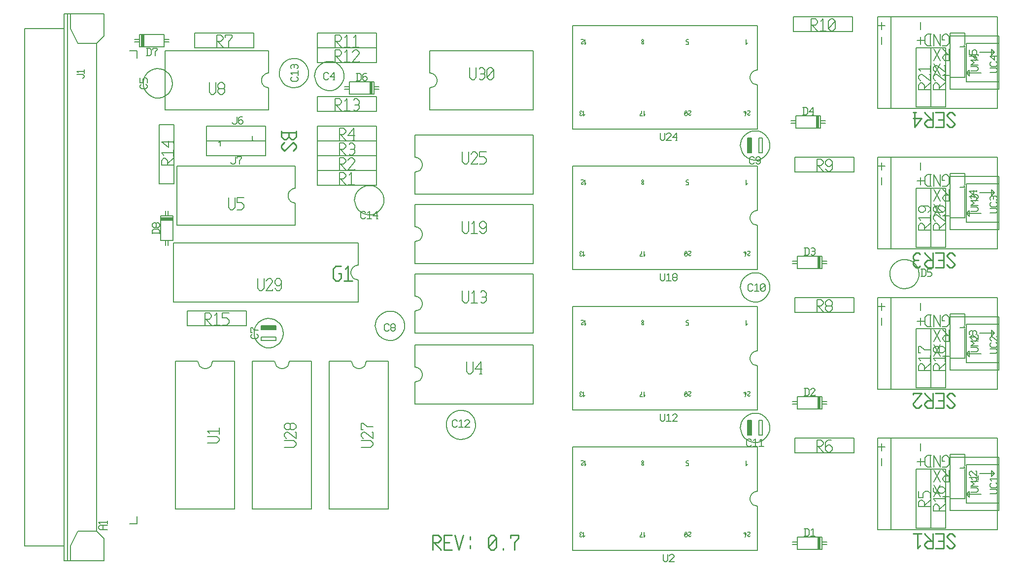
<source format=gbr>
G4 d274tox274  Date: 2022-08-17 13:23:01 *
G4 Design File: CPU09US4 *
G4 Layer name: topsilk *
G4 Scale: 100 percent, Rotated: No, Reflected: No *
%FSLAX23Y23*%
%MOIN*%
%LN*%
%ADD10C,0.005*%
%ADD11C,0.006*%
%ADD12C,0.007*%
%ADD13C,0.008*%
%ADD14C,0.009*%
%ADD15C,0.010*%
%ADD16C,0.011*%
%ADD17C,0.012*%
%ADD18C,0.013*%
%ADD19C,0.014*%
%ADD20C,0.015*%
%ADD21C,0.016*%
%ADD22C,0.017*%
%ADD23C,0.018*%
%ADD24C,0.019*%
%ADD25C,0.020*%
%ADD26C,0.021*%
%ADD27C,0.022*%
%ADD28C,0.023*%
%ADD29C,0.024*%
%ADD30C,0.025*%
%ADD31C,0.026*%
%ADD32C,0.027*%
%ADD33C,0.028*%
%ADD34C,0.029*%
%ADD35C,0.030*%
%ADD36C,0.031*%
%ADD37C,0.032*%
%ADD38C,0.033*%
%ADD39C,0.034*%
%ADD40C,0.035*%
%ADD41C,0.036*%
%ADD42C,0.037*%
%ADD43C,0.038*%
%ADD44C,0.039*%
%ADD45C,0.040*%
%ADD46C,0.041*%
%ADD47C,0.042*%
%ADD48C,0.043*%
%ADD49C,0.044*%
%ADD50C,0.045*%
%ADD51C,0.046*%
%ADD52C,0.048*%
%ADD53C,0.049*%
%ADD54C,0.050*%
%ADD55C,0.051*%
%ADD56C,0.052*%
%ADD57C,0.053*%
%ADD58C,0.054*%
%ADD59C,0.055*%
%ADD60C,0.056*%
%ADD61C,0.057*%
%ADD62C,0.058*%
%ADD63C,0.059*%
%ADD64C,0.060*%
%ADD65C,0.061*%
%ADD66C,0.062*%
%ADD67C,0.063*%
%ADD68C,0.064*%
%ADD69C,0.065*%
%ADD70C,0.066*%
%ADD71C,0.067*%
%ADD72C,0.068*%
%ADD73C,0.069*%
%ADD74C,0.070*%
%ADD75C,0.071*%
%ADD76C,0.072*%
%ADD77C,0.073*%
%ADD78C,0.074*%
%ADD79C,0.075*%
%ADD80C,0.076*%
%ADD81C,0.077*%
%ADD82C,0.078*%
%ADD83C,0.079*%
%ADD84C,0.080*%
%ADD85C,0.081*%
%ADD86C,0.082*%
%ADD87C,0.083*%
%ADD88C,0.084*%
%ADD89C,0.085*%
%ADD90C,0.086*%
%ADD91C,0.087*%
%ADD92C,0.088*%
%ADD93C,0.089*%
%ADD94C,0.090*%
%ADD95C,0.091*%
%ADD96C,0.092*%
%ADD97C,0.093*%
%ADD98C,0.094*%
%ADD99C,0.095*%
%ADD100C,0.096*%
%ADD101C,0.097*%
%ADD102C,0.098*%
%ADD103C,0.099*%
%ADD104C,0.100*%
%ADD105C,0.101*%
%ADD106C,0.102*%
%ADD107C,0.103*%
%ADD108C,0.104*%
%ADD109C,0.105*%
%ADD110C,0.106*%
%ADD111C,0.107*%
%ADD112C,0.108*%
%ADD113C,0.109*%
%ADD114C,0.110*%
%ADD115C,0.111*%
%ADD116C,0.112*%
%ADD117C,0.113*%
%ADD118C,0.114*%
%ADD119C,0.115*%
%ADD120C,0.116*%
%ADD121C,0.117*%
%ADD122C,0.118*%
%ADD123C,0.119*%
%ADD124C,0.120*%
%ADD125C,0.121*%
%ADD126C,0.122*%
%ADD127C,0.123*%
%ADD128C,0.124*%
%ADD129C,0.125*%
%ADD130C,0.126*%
%ADD131C,0.127*%
%ADD132C,0.128*%
%ADD133C,0.129*%
%ADD134C,0.130*%
%ADD135C,0.131*%
%ADD136C,0.132*%
%ADD137C,0.133*%
%ADD138C,0.134*%
%ADD139C,0.135*%
%ADD140C,0.136*%
%ADD141C,0.137*%
%ADD142C,0.138*%
%ADD143C,0.139*%
%ADD144C,0.140*%
%ADD145C,0.141*%
%ADD146C,0.142*%
%ADD147C,0.143*%
%ADD148C,0.144*%
%ADD149C,0.145*%
%ADD150C,0.146*%
%ADD151C,0.148*%
%ADD152C,0.149*%
%ADD153C,0.150*%
%ADD154C,0.151*%
%ADD155C,0.152*%
%ADD156C,0.153*%
%ADD157C,0.154*%
%ADD158C,0.155*%
%ADD159C,0.156*%
%ADD160C,0.157*%
%ADD161C,0.158*%
%ADD162C,0.159*%
%ADD163C,0.160*%
%ADD164C,0.161*%
%ADD165C,0.162*%
%ADD166C,0.163*%
%ADD167C,0.164*%
%ADD168C,0.165*%
%ADD169C,0.166*%
%ADD170C,0.167*%
%ADD171C,0.168*%
%ADD172C,0.169*%
%ADD173C,0.170*%
%ADD174C,0.171*%
%ADD175C,0.172*%
%ADD176C,0.173*%
%ADD177C,0.174*%
%ADD178C,0.175*%
%ADD179C,0.176*%
%ADD180C,0.177*%
%ADD181C,0.178*%
%ADD182C,0.179*%
%ADD183C,0.180*%
%ADD184C,0.181*%
%ADD185C,0.182*%
%ADD186C,0.183*%
%ADD187C,0.184*%
%ADD188C,0.185*%
%ADD189C,0.186*%
%ADD190C,0.187*%
%ADD191C,0.188*%
%ADD192C,0.189*%
%ADD193C,0.190*%
%ADD194C,0.191*%
%ADD195C,0.192*%
%ADD196C,0.193*%
%ADD197C,0.194*%
%ADD198C,0.195*%
%ADD199C,0.196*%
%ADD200C,0.197*%
%ADD201C,0.198*%
%ADD202C,0.199*%
%ADD203C,0.200*%
%ADD204C,0.205*%
%ADD205C,0.210*%
%ADD206C,0.215*%
%ADD207C,0.220*%
%ADD208C,0.225*%
%ADD209C,0.230*%
%ADD210C,0.235*%
%ADD211C,0.240*%
%ADD212C,0.245*%
%ADD213C,0.250*%
%ADD214C,0.255*%
%ADD215C,0.260*%
%ADD216C,0.265*%
%ADD217C,0.270*%
%ADD218C,0.275*%
%ADD219C,0.280*%
%ADD220C,0.285*%
%ADD221C,0.290*%
%ADD222C,0.300*%
%ADD223C,0.305*%
%ADD224C,0.310*%
%ADD225C,0.315*%
%ADD226C,0.320*%
%ADD227C,0.325*%
G90*
G70D02*
G54D11*
G01X01670Y03400*
D01*
X01674Y03376*
X01682Y03353*
X01697Y03333*
X01715Y03317*
X01737Y03306*
X01761Y03301*
X01785Y03302*
X01809Y03308*
X01830Y03321*
X01847Y03338*
X01860Y03359*
X01868Y03382*
X01869Y03406*
X01865Y03430*
X01854Y03452*
X01839Y03471*
X01819Y03486*
X01797Y03496*
X01772Y03499*
X01749Y03497*
X01726Y03489*
X01705Y03475*
X01689Y03457*
X01677Y03435*
X01671Y03411*
X01670Y03400*
D02*
X00610Y03450*
D01*
X00586Y03446*
X00563Y03438*
X00543Y03423*
X00527Y03405*
X00516Y03383*
X00511Y03359*
X00512Y03335*
X00518Y03311*
X00531Y03290*
X00548Y03273*
X00569Y03260*
X00592Y03252*
X00616Y03251*
X00640Y03255*
X00662Y03266*
X00681Y03281*
X00696Y03301*
X00706Y03323*
X00709Y03348*
X00707Y03371*
X00699Y03394*
X00685Y03415*
X00667Y03431*
X00645Y03443*
X00621Y03449*
X00610Y03450*
D02*
X01360Y01760*
D01*
X01336Y01756*
X01313Y01748*
X01293Y01733*
X01277Y01715*
X01266Y01693*
X01261Y01669*
X01262Y01645*
X01268Y01621*
X01281Y01600*
X01298Y01583*
X01319Y01570*
X01342Y01562*
X01366Y01561*
X01390Y01565*
X01412Y01576*
X01431Y01591*
X01446Y01611*
X01456Y01633*
X01459Y01658*
X01457Y01681*
X01449Y01704*
X01435Y01725*
X01417Y01741*
X01395Y01753*
X01371Y01759*
X01360Y01760*
D02*
X01405Y01710*
D01*
X01405Y01685*
D02*
X01400Y01710*
D01*
X01400Y01685*
D02*
X01395Y01710*
D01*
X01395Y01685*
D02*
X01390Y01710*
D01*
X01390Y01685*
D02*
X01385Y01710*
D01*
X01385Y01685*
D02*
X01380Y01710*
D01*
X01380Y01685*
D02*
X01375Y01710*
D01*
X01375Y01685*
D02*
X01370Y01710*
D01*
X01370Y01685*
D02*
X01365Y01710*
D01*
X01365Y01685*
D02*
X01360Y01710*
D01*
X01360Y01685*
D02*
X01355Y01710*
D01*
X01355Y01685*
D02*
X01350Y01710*
D01*
X01350Y01685*
D02*
X01345Y01710*
D01*
X01345Y01685*
D02*
X01340Y01710*
D01*
X01340Y01685*
D02*
X01335Y01710*
D01*
X01335Y01685*
D02*
X01330Y01710*
D01*
X01330Y01685*
D02*
X01325Y01710*
D01*
X01325Y01685*
D02*
X01320Y01710*
D01*
X01320Y01685*
D02*
X01315Y01710*
D01*
X01315Y01685*
D02*
X01410Y01705*
D01*
X01310Y01705*
D02*
X01410Y01700*
D01*
X01310Y01700*
D02*
X01410Y01695*
D01*
X01310Y01695*
D02*
X01410Y01690*
D01*
X01310Y01690*
D02*
X01310Y01710*
D01*
X01310Y01685*
X01410Y01685*
X01410Y01710*
X01310Y01710*
D02*
X01310Y01635*
D01*
X01310Y01610*
X01410Y01610*
X01410Y01635*
X01310Y01635*
D02*
X02080Y01710*
D01*
X02084Y01686*
X02092Y01663*
X02107Y01643*
X02125Y01627*
X02147Y01616*
X02171Y01611*
X02195Y01612*
X02219Y01618*
X02240Y01631*
X02257Y01648*
X02270Y01669*
X02278Y01692*
X02279Y01716*
X02275Y01740*
X02264Y01762*
X02249Y01781*
X02229Y01796*
X02207Y01806*
X02182Y01809*
X02159Y01807*
X02136Y01799*
X02115Y01785*
X02099Y01767*
X02087Y01745*
X02081Y01721*
X02080Y01710*
D02*
X04550Y02930*
D01*
X04554Y02906*
X04562Y02883*
X04577Y02863*
X04595Y02847*
X04617Y02836*
X04641Y02831*
X04665Y02832*
X04689Y02838*
X04710Y02851*
X04727Y02868*
X04740Y02889*
X04748Y02912*
X04749Y02936*
X04745Y02960*
X04734Y02982*
X04719Y03001*
X04699Y03016*
X04677Y03026*
X04652Y03029*
X04629Y03027*
X04606Y03019*
X04585Y03005*
X04569Y02987*
X04557Y02965*
X04551Y02941*
X04550Y02930*
D02*
X04600Y02975*
D01*
X04625Y02975*
D02*
X04600Y02970*
D01*
X04625Y02970*
D02*
X04600Y02965*
D01*
X04625Y02965*
D02*
X04600Y02960*
D01*
X04625Y02960*
D02*
X04600Y02955*
D01*
X04625Y02955*
D02*
X04600Y02950*
D01*
X04625Y02950*
D02*
X04600Y02945*
D01*
X04625Y02945*
D02*
X04600Y02940*
D01*
X04625Y02940*
D02*
X04600Y02935*
D01*
X04625Y02935*
D02*
X04600Y02930*
D01*
X04625Y02930*
D02*
X04600Y02925*
D01*
X04625Y02925*
D02*
X04600Y02920*
D01*
X04625Y02920*
D02*
X04600Y02915*
D01*
X04625Y02915*
D02*
X04600Y02910*
D01*
X04625Y02910*
D02*
X04600Y02905*
D01*
X04625Y02905*
D02*
X04600Y02900*
D01*
X04625Y02900*
D02*
X04600Y02895*
D01*
X04625Y02895*
D02*
X04600Y02890*
D01*
X04625Y02890*
D02*
X04600Y02885*
D01*
X04625Y02885*
D02*
X04605Y02980*
D01*
X04605Y02880*
D02*
X04610Y02980*
D01*
X04610Y02880*
D02*
X04615Y02980*
D01*
X04615Y02880*
D02*
X04620Y02980*
D01*
X04620Y02880*
D02*
X04600Y02880*
D01*
X04625Y02880*
X04625Y02980*
X04600Y02980*
X04600Y02880*
D02*
X04675Y02880*
D01*
X04700Y02880*
X04700Y02980*
X04675Y02980*
X04675Y02880*
D02*
X04550Y01970*
D01*
X04554Y01946*
X04562Y01923*
X04577Y01903*
X04595Y01887*
X04617Y01876*
X04641Y01871*
X04665Y01872*
X04689Y01878*
X04710Y01891*
X04727Y01908*
X04740Y01929*
X04748Y01952*
X04749Y01976*
X04745Y02000*
X04734Y02022*
X04719Y02041*
X04699Y02056*
X04677Y02066*
X04652Y02069*
X04629Y02067*
X04606Y02059*
X04585Y02045*
X04569Y02027*
X04557Y02005*
X04551Y01981*
X04550Y01970*
D02*
X04550Y01020*
D01*
X04554Y00996*
X04562Y00973*
X04577Y00953*
X04595Y00937*
X04617Y00926*
X04641Y00921*
X04665Y00922*
X04689Y00928*
X04710Y00941*
X04727Y00958*
X04740Y00979*
X04748Y01002*
X04749Y01026*
X04745Y01050*
X04734Y01072*
X04719Y01091*
X04699Y01106*
X04677Y01116*
X04652Y01119*
X04629Y01117*
X04606Y01109*
X04585Y01095*
X04569Y01077*
X04557Y01055*
X04551Y01031*
X04550Y01020*
D02*
X04600Y01065*
D01*
X04625Y01065*
D02*
X04600Y01060*
D01*
X04625Y01060*
D02*
X04600Y01055*
D01*
X04625Y01055*
D02*
X04600Y01050*
D01*
X04625Y01050*
D02*
X04600Y01045*
D01*
X04625Y01045*
D02*
X04600Y01040*
D01*
X04625Y01040*
D02*
X04600Y01035*
D01*
X04625Y01035*
D02*
X04600Y01030*
D01*
X04625Y01030*
D02*
X04600Y01025*
D01*
X04625Y01025*
D02*
X04600Y01020*
D01*
X04625Y01020*
D02*
X04600Y01015*
D01*
X04625Y01015*
D02*
X04600Y01010*
D01*
X04625Y01010*
D02*
X04600Y01005*
D01*
X04625Y01005*
D02*
X04600Y01000*
D01*
X04625Y01000*
D02*
X04600Y00995*
D01*
X04625Y00995*
D02*
X04600Y00990*
D01*
X04625Y00990*
D02*
X04600Y00985*
D01*
X04625Y00985*
D02*
X04600Y00980*
D01*
X04625Y00980*
D02*
X04600Y00975*
D01*
X04625Y00975*
D02*
X04605Y01070*
D01*
X04605Y00970*
D02*
X04610Y01070*
D01*
X04610Y00970*
D02*
X04615Y01070*
D01*
X04615Y00970*
D02*
X04620Y01070*
D01*
X04620Y00970*
D02*
X04600Y00970*
D01*
X04625Y00970*
X04625Y01070*
X04600Y01070*
X04600Y00970*
D02*
X04675Y00970*
D01*
X04700Y00970*
X04700Y01070*
X04675Y01070*
X04675Y00970*
D02*
X02760Y01040*
D01*
X02756Y01064*
X02748Y01087*
X02733Y01107*
X02715Y01123*
X02693Y01134*
X02669Y01139*
X02645Y01138*
X02621Y01132*
X02600Y01119*
X02583Y01102*
X02570Y01081*
X02562Y01058*
X02561Y01034*
X02565Y01010*
X02576Y00988*
X02591Y00969*
X02611Y00954*
X02633Y00944*
X02658Y00941*
X02681Y00943*
X02704Y00951*
X02725Y00965*
X02741Y00983*
X02753Y01005*
X02759Y01029*
X02760Y01040*
D02*
X01530Y03320*
D01*
X01554Y03324*
X01577Y03332*
X01597Y03347*
X01613Y03365*
X01624Y03387*
X01629Y03411*
X01628Y03435*
X01622Y03459*
X01609Y03480*
X01592Y03497*
X01571Y03510*
X01548Y03518*
X01524Y03519*
X01500Y03515*
X01478Y03504*
X01459Y03489*
X01444Y03469*
X01434Y03447*
X01431Y03422*
X01433Y03399*
X01441Y03376*
X01455Y03355*
X01473Y03339*
X01495Y03327*
X01519Y03321*
X01530Y03320*
D02*
X01940Y02560*
D01*
X01944Y02536*
X01952Y02513*
X01967Y02493*
X01985Y02477*
X02007Y02466*
X02031Y02461*
X02055Y02462*
X02079Y02468*
X02100Y02481*
X02117Y02498*
X02130Y02519*
X02138Y02542*
X02139Y02566*
X02135Y02590*
X02124Y02612*
X02109Y02631*
X02089Y02646*
X02067Y02656*
X02042Y02659*
X02019Y02657*
X01996Y02649*
X01975Y02635*
X01959Y02617*
X01947Y02595*
X01941Y02571*
X01940Y02560*
D02*
X05075Y00280*
D01*
X05075Y00200*
D02*
X05080Y00200*
D01*
X05080Y00280*
D02*
X05085Y00280*
D01*
X05085Y00200*
D02*
X05090Y00200*
D01*
X05090Y00280*
D02*
X04903Y00232*
D01*
X04937Y00232*
D02*
X04903Y00248*
D01*
X04937Y00248*
D02*
X05137Y00232*
D01*
X05103Y00232*
D02*
X05137Y00248*
D01*
X05103Y00248*
D02*
X05103Y00282*
D01*
X04937Y00282*
X04937Y00198*
X05103Y00198*
X05103Y00282*
D02*
X05075Y01230*
D01*
X05075Y01150*
D02*
X05080Y01150*
D01*
X05080Y01230*
D02*
X05085Y01230*
D01*
X05085Y01150*
D02*
X05090Y01150*
D01*
X05090Y01230*
D02*
X04903Y01182*
D01*
X04937Y01182*
D02*
X04903Y01198*
D01*
X04937Y01198*
D02*
X05137Y01182*
D01*
X05103Y01182*
D02*
X05137Y01198*
D01*
X05103Y01198*
D02*
X05103Y01232*
D01*
X04937Y01232*
X04937Y01148*
X05103Y01148*
X05103Y01232*
D02*
X05075Y02180*
D01*
X05075Y02100*
D02*
X05080Y02100*
D01*
X05080Y02180*
D02*
X05085Y02180*
D01*
X05085Y02100*
D02*
X05090Y02100*
D01*
X05090Y02180*
D02*
X04903Y02132*
D01*
X04937Y02132*
D02*
X04903Y02148*
D01*
X04937Y02148*
D02*
X05137Y02132*
D01*
X05103Y02132*
D02*
X05137Y02148*
D01*
X05103Y02148*
D02*
X05103Y02182*
D01*
X04937Y02182*
X04937Y02098*
X05103Y02098*
X05103Y02182*
D02*
X05065Y03130*
D01*
X05065Y03050*
D02*
X05070Y03050*
D01*
X05070Y03130*
D02*
X05075Y03130*
D01*
X05075Y03050*
D02*
X05080Y03050*
D01*
X05080Y03130*
D02*
X04893Y03082*
D01*
X04927Y03082*
D02*
X04893Y03098*
D01*
X04927Y03098*
D02*
X05127Y03082*
D01*
X05093Y03082*
D02*
X05127Y03098*
D01*
X05093Y03098*
D02*
X05093Y03132*
D01*
X04927Y03132*
X04927Y03048*
X05093Y03048*
X05093Y03132*
D02*
X05760Y02060*
D01*
X05756Y02084*
X05748Y02107*
X05733Y02127*
X05715Y02143*
X05693Y02154*
X05669Y02159*
X05645Y02158*
X05621Y02152*
X05600Y02139*
X05583Y02122*
X05570Y02101*
X05562Y02078*
X05561Y02054*
X05565Y02030*
X05576Y02008*
X05591Y01989*
X05611Y01974*
X05633Y01964*
X05658Y01961*
X05681Y01963*
X05704Y01971*
X05725Y01985*
X05741Y02003*
X05753Y02025*
X05759Y02049*
X05760Y02060*
D02*
X02045Y03360*
D01*
X02045Y03280*
D02*
X02050Y03280*
D01*
X02050Y03360*
D02*
X02055Y03360*
D01*
X02055Y03280*
D02*
X02060Y03280*
D01*
X02060Y03360*
D02*
X01873Y03312*
D01*
X01907Y03312*
D02*
X01873Y03328*
D01*
X01907Y03328*
D02*
X02107Y03312*
D01*
X02073Y03312*
D02*
X02107Y03328*
D01*
X02073Y03328*
D02*
X02073Y03362*
D01*
X01907Y03362*
X01907Y03278*
X02073Y03278*
X02073Y03362*
D02*
X00515Y03600*
D01*
X00515Y03680*
D02*
X00510Y03680*
D01*
X00510Y03600*
D02*
X00505Y03600*
D01*
X00505Y03680*
D02*
X00500Y03680*
D01*
X00500Y03600*
D02*
X00687Y03648*
D01*
X00653Y03648*
D02*
X00687Y03632*
D01*
X00653Y03632*
D02*
X00453Y03648*
D01*
X00487Y03648*
D02*
X00453Y03632*
D01*
X00487Y03632*
D02*
X00487Y03598*
D01*
X00653Y03598*
X00653Y03682*
X00487Y03682*
X00487Y03598*
D02*
X00630Y02425*
D01*
X00710Y02425*
D02*
X00710Y02430*
D01*
X00630Y02430*
D02*
X00630Y02435*
D01*
X00710Y02435*
D02*
X00710Y02440*
D01*
X00630Y02440*
D02*
X00678Y02253*
D01*
X00678Y02287*
D02*
X00662Y02253*
D01*
X00662Y02287*
D02*
X00678Y02487*
D01*
X00678Y02453*
D02*
X00662Y02487*
D01*
X00662Y02453*
D02*
X00628Y02453*
D01*
X00628Y02287*
X00712Y02287*
X00712Y02453*
X00628Y02453*
D02*
X00240Y00330*
D01*
X00240Y00360*
D02*
X00270Y00330*
D01*
X00220Y00330*
X00210Y00340*
X00210Y00350*
X00220Y00360*
X00270Y00360*
D02*
X00220Y00370*
D01*
X00210Y00380*
X00270Y00380*
D02*
X00270Y00370*
D01*
X00270Y00390*
D02*
X00420Y03570*
D01*
X00470Y03570*
X00470Y03520*
D02*
X00470Y00420*
D01*
X00470Y00370*
X00420Y00370*
D02*
X00020Y03820*
D01*
X00020Y03720*
X00070Y03620*
X00195Y03620*
X00245Y03670*
X00245Y03820*
X-0025Y03820*
X-0025Y00120*
X00245Y00120*
X00245Y00270*
X00195Y00320*
X00070Y00320*
X00020Y00220*
X00020Y00120*
D02*
X00195Y03620*
D01*
X00195Y00320*
D02*
X-0025Y03720*
D01*
X-0290Y03720*
X-0290Y00220*
X-0025Y00220*
D02*
X00000Y03820*
D01*
X00000Y00120*
D02*
X06070Y00840*
D01*
X05970Y00840*
X05970Y00540*
X06070Y00540*
X06070Y00740*
D02*
X06070Y00840*
D01*
X06070Y00765*
D02*
X06037Y00748*
D01*
X06070Y00748*
X06062Y00757*
D02*
X06070Y01790*
D01*
X05970Y01790*
X05970Y01490*
X06070Y01490*
X06070Y01690*
D02*
X06070Y01790*
D01*
X06070Y01715*
D02*
X06037Y01698*
D01*
X06070Y01698*
X06062Y01707*
D02*
X06070Y02740*
D01*
X05970Y02740*
X05970Y02440*
X06070Y02440*
X06070Y02640*
D02*
X06070Y02740*
D01*
X06070Y02665*
D02*
X06037Y02648*
D01*
X06070Y02648*
X06062Y02657*
D02*
X06070Y03690*
D01*
X05970Y03690*
X05970Y03390*
X06070Y03390*
X06070Y03590*
D02*
X06070Y03690*
D01*
X06070Y03615*
D02*
X06037Y03598*
D01*
X06070Y03598*
X06062Y03607*
D02*
X01340Y02960*
D01*
X01340Y03060*
X00940Y03060*
X00940Y02960*
X01240Y02960*
D02*
X01340Y02960*
D01*
X01265Y02960*
D02*
X01248Y02993*
D01*
X01248Y02960*
X01257Y02968*
D02*
X00940Y02960*
D01*
X00940Y02860*
X01340Y02860*
X01340Y02960*
X01040Y02960*
D02*
X00940Y02960*
D01*
X01015Y02960*
D02*
X01032Y02927*
D01*
X01032Y02960*
X01023Y02952*
D02*
X02090Y02660*
D01*
X02090Y02760*
X01690Y02760*
X01690Y02660*
X02090Y02660*
D02*
X02090Y02760*
D01*
X02090Y02860*
X01690Y02860*
X01690Y02760*
X02090Y02760*
D02*
X02090Y02860*
D01*
X02090Y02960*
X01690Y02960*
X01690Y02860*
X02090Y02860*
D02*
X02090Y02960*
D01*
X02090Y03060*
X01690Y03060*
X01690Y02960*
X02090Y02960*
D02*
X05740Y00340*
D01*
X05840Y00340*
X05840Y00740*
X05740Y00740*
X05740Y00340*
D02*
X04920Y00950*
D01*
X04920Y00850*
X05320Y00850*
X05320Y00950*
X04920Y00950*
D02*
X00860Y03690*
D01*
X00860Y03590*
X01260Y03590*
X01260Y03690*
X00860Y03690*
D02*
X04920Y01900*
D01*
X04920Y01800*
X05320Y01800*
X05320Y01900*
X04920Y01900*
D02*
X04920Y02850*
D01*
X04920Y02750*
X05320Y02750*
X05320Y02850*
X04920Y02850*
D02*
X04910Y03800*
D01*
X04910Y03700*
X05310Y03700*
X05310Y03800*
X04910Y03800*
D02*
X01690Y03690*
D01*
X01690Y03590*
X02090Y03590*
X02090Y03690*
X01690Y03690*
D02*
X02090Y03490*
D01*
X02090Y03590*
X01690Y03590*
X01690Y03490*
X02090Y03490*
D02*
X02090Y03160*
D01*
X02090Y03260*
X01690Y03260*
X01690Y03160*
X02090Y03160*
D02*
X00720Y03070*
D01*
X00620Y03070*
X00620Y02670*
X00720Y02670*
X00720Y03070*
D02*
X01210Y01710*
D01*
X01210Y01810*
X00810Y01810*
X00810Y01710*
X01210Y01710*
D02*
X05840Y00340*
D01*
X05940Y00340*
X05940Y00740*
X05840Y00740*
X05840Y00340*
D02*
X05740Y01290*
D01*
X05840Y01290*
X05840Y01690*
X05740Y01690*
X05740Y01290*
D02*
X05840Y01290*
D01*
X05940Y01290*
X05940Y01690*
X05840Y01690*
X05840Y01290*
D02*
X05740Y02240*
D01*
X05840Y02240*
X05840Y02640*
X05740Y02640*
X05740Y02240*
D02*
X05840Y02240*
D01*
X05940Y02240*
X05940Y02640*
X05840Y02640*
X05840Y02240*
D02*
X05740Y03190*
D01*
X05840Y03190*
X05840Y03590*
X05740Y03590*
X05740Y03190*
D02*
X05840Y03190*
D01*
X05940Y03190*
X05940Y03590*
X05840Y03590*
X05840Y03190*
D02*
X00880Y01470*
D01*
X00884Y01453*
X00892Y01438*
X00905Y01427*
X00922Y01421*
X00938Y01421*
X00954Y01427*
X00968Y01438*
X00976Y01453*
X00980Y01470*
X01130Y01470*
X01130Y00470*
X00730Y00470*
X00730Y01470*
X00880Y01470*
D02*
X04615Y00290*
D01*
X04612Y00284*
X04606Y00283*
X04601Y00286*
X04600Y00292*
X04605Y00297*
X04607Y00298*
X04613Y00301*
X04616Y00307*
X04615Y00315*
X04598Y00315*
D02*
X04215Y00290*
D01*
X04212Y00284*
X04206Y00283*
X04201Y00286*
X04200Y00292*
X04205Y00297*
X04207Y00298*
X04213Y00301*
X04216Y00307*
X04215Y00315*
X04198Y00315*
D02*
X04190Y00307*
D01*
X04187Y00313*
X04181Y00314*
X04176Y00311*
X04174Y00307*
X04173Y00290*
X04176Y00284*
X04182Y00282*
X04189Y00285*
X04191Y00290*
X04190Y00307*
X04173Y00290*
D02*
X03482Y00290*
D01*
X03479Y00284*
X03473Y00282*
X03466Y00285*
X03465Y00291*
X03468Y00297*
X03473Y00299*
X03467Y00302*
X03466Y00308*
X03469Y00313*
X03475Y00314*
X03480Y00309*
X03481Y00307*
D02*
X03490Y00773*
D01*
X03487Y00767*
X03481Y00766*
X03476Y00769*
X03475Y00775*
X03480Y00780*
X03482Y00781*
X03488Y00784*
X03491Y00790*
X03490Y00798*
X03473Y00798*
D02*
X03882Y00773*
D01*
X03885Y00767*
X03891Y00766*
X03896Y00769*
X03897Y00775*
X03892Y00780*
X03887Y00779*
X03883Y00774*
D02*
X03882Y00790*
D01*
X03885Y00784*
X03891Y00783*
X03896Y00786*
X03897Y00792*
X03892Y00797*
X03887Y00796*
X03883Y00791*
D02*
X04190Y00798*
D01*
X04184Y00795*
X04183Y00789*
X04186Y00784*
X04190Y00782*
X04198Y00782*
X04198Y00765*
X04182Y00765*
D02*
X04665Y00590*
D01*
X04648Y00586*
X04633Y00578*
X04622Y00565*
X04616Y00548*
X04616Y00532*
X04622Y00516*
X04633Y00502*
X04648Y00494*
X04665Y00490*
X04665Y00190*
X03415Y00190*
X03415Y00890*
X04665Y00890*
X04665Y00590*
D02*
X04582Y00282*
D01*
X04590Y00298*
X04590Y00307*
X04573Y00307*
D02*
X04582Y00298*
D01*
X04582Y00315*
D02*
X03907Y00290*
D01*
X03898Y00282*
X03898Y00315*
D02*
X03890Y00282*
D01*
X03873Y00282*
X03873Y00290*
X03882Y00298*
X03882Y00315*
D02*
X03498Y00290*
D01*
X03490Y00282*
X03490Y00315*
D02*
X03507Y00773*
D01*
X03498Y00765*
X03498Y00798*
D02*
X04190Y00798*
D01*
X04198Y00798*
D02*
X04598Y00773*
D01*
X04590Y00765*
X04590Y00798*
D02*
X02350Y01330*
D01*
X02367Y01334*
X02382Y01342*
X02393Y01355*
X02399Y01372*
X02399Y01388*
X02393Y01404*
X02382Y01418*
X02367Y01426*
X02350Y01430*
X02350Y01580*
X03150Y01580*
X03150Y01180*
X02350Y01180*
X02350Y01330*
D02*
X01540Y02640*
D01*
X01523Y02636*
X01508Y02628*
X01497Y02615*
X01491Y02598*
X01491Y02582*
X01497Y02566*
X01508Y02552*
X01523Y02544*
X01540Y02540*
X01540Y02390*
X00740Y02390*
X00740Y02790*
X01540Y02790*
X01540Y02640*
D02*
X01360Y03420*
D01*
X01343Y03416*
X01328Y03408*
X01317Y03395*
X01311Y03378*
X01311Y03362*
X01317Y03346*
X01328Y03332*
X01343Y03324*
X01360Y03320*
X01360Y03170*
X00660Y03170*
X00660Y03570*
X01360Y03570*
X01360Y03420*
D02*
X00660Y03170*
D01*
X00660Y03170*
D02*
X04615Y01240*
D01*
X04612Y01234*
X04606Y01233*
X04601Y01236*
X04600Y01242*
X04605Y01247*
X04607Y01248*
X04613Y01251*
X04616Y01257*
X04615Y01265*
X04598Y01265*
D02*
X04215Y01240*
D01*
X04212Y01234*
X04206Y01233*
X04201Y01236*
X04200Y01242*
X04205Y01247*
X04207Y01248*
X04213Y01251*
X04216Y01257*
X04215Y01265*
X04198Y01265*
D02*
X04190Y01257*
D01*
X04187Y01263*
X04181Y01264*
X04176Y01261*
X04174Y01257*
X04173Y01240*
X04176Y01234*
X04182Y01232*
X04189Y01235*
X04191Y01240*
X04190Y01257*
X04173Y01240*
D02*
X03482Y01240*
D01*
X03479Y01234*
X03473Y01232*
X03466Y01235*
X03465Y01241*
X03468Y01247*
X03473Y01249*
X03467Y01252*
X03466Y01258*
X03469Y01263*
X03475Y01264*
X03480Y01259*
X03481Y01257*
D02*
X03490Y01723*
D01*
X03487Y01717*
X03481Y01716*
X03476Y01719*
X03475Y01725*
X03480Y01730*
X03482Y01731*
X03488Y01734*
X03491Y01740*
X03490Y01748*
X03473Y01748*
D02*
X03882Y01723*
D01*
X03885Y01717*
X03891Y01716*
X03896Y01719*
X03897Y01725*
X03892Y01730*
X03887Y01729*
X03883Y01724*
D02*
X03882Y01740*
D01*
X03885Y01734*
X03891Y01733*
X03896Y01736*
X03897Y01742*
X03892Y01747*
X03887Y01746*
X03883Y01741*
D02*
X04190Y01748*
D01*
X04184Y01745*
X04183Y01739*
X04186Y01734*
X04190Y01732*
X04198Y01732*
X04198Y01715*
X04182Y01715*
D02*
X04665Y01540*
D01*
X04648Y01536*
X04633Y01528*
X04622Y01515*
X04616Y01498*
X04616Y01482*
X04622Y01466*
X04633Y01452*
X04648Y01444*
X04665Y01440*
X04665Y01140*
X03415Y01140*
X03415Y01840*
X04665Y01840*
X04665Y01540*
D02*
X04582Y01232*
D01*
X04590Y01248*
X04590Y01257*
X04573Y01257*
D02*
X04582Y01248*
D01*
X04582Y01265*
D02*
X03907Y01240*
D01*
X03898Y01232*
X03898Y01265*
D02*
X03890Y01232*
D01*
X03873Y01232*
X03873Y01240*
X03882Y01248*
X03882Y01265*
D02*
X03498Y01240*
D01*
X03490Y01232*
X03490Y01265*
D02*
X03507Y01723*
D01*
X03498Y01715*
X03498Y01748*
D02*
X04190Y01748*
D01*
X04198Y01748*
D02*
X04598Y01723*
D01*
X04590Y01715*
X04590Y01748*
D02*
X02350Y01810*
D01*
X02367Y01814*
X02382Y01822*
X02393Y01835*
X02399Y01852*
X02399Y01868*
X02393Y01884*
X02382Y01898*
X02367Y01906*
X02350Y01910*
X02350Y02060*
X03150Y02060*
X03150Y01660*
X02350Y01660*
X02350Y01810*
D02*
X04615Y02190*
D01*
X04612Y02184*
X04606Y02183*
X04601Y02186*
X04600Y02192*
X04605Y02197*
X04607Y02198*
X04613Y02201*
X04616Y02207*
X04615Y02215*
X04598Y02215*
D02*
X04215Y02190*
D01*
X04212Y02184*
X04206Y02183*
X04201Y02186*
X04200Y02192*
X04205Y02197*
X04207Y02198*
X04213Y02201*
X04216Y02207*
X04215Y02215*
X04198Y02215*
D02*
X04190Y02207*
D01*
X04187Y02213*
X04181Y02214*
X04176Y02211*
X04174Y02207*
X04173Y02190*
X04176Y02184*
X04182Y02182*
X04189Y02185*
X04191Y02190*
X04190Y02207*
X04173Y02190*
D02*
X03482Y02190*
D01*
X03479Y02184*
X03473Y02182*
X03466Y02185*
X03465Y02191*
X03468Y02197*
X03473Y02199*
X03467Y02202*
X03466Y02208*
X03469Y02213*
X03475Y02214*
X03480Y02209*
X03481Y02207*
D02*
X03490Y02673*
D01*
X03487Y02667*
X03481Y02666*
X03476Y02669*
X03475Y02675*
X03480Y02680*
X03482Y02681*
X03488Y02684*
X03491Y02690*
X03490Y02698*
X03473Y02698*
D02*
X03882Y02673*
D01*
X03885Y02667*
X03891Y02666*
X03896Y02669*
X03897Y02675*
X03892Y02680*
X03887Y02679*
X03883Y02674*
D02*
X03882Y02690*
D01*
X03885Y02684*
X03891Y02683*
X03896Y02686*
X03897Y02692*
X03892Y02697*
X03887Y02696*
X03883Y02691*
D02*
X04190Y02698*
D01*
X04184Y02695*
X04183Y02689*
X04186Y02684*
X04190Y02682*
X04198Y02682*
X04198Y02665*
X04182Y02665*
D02*
X04665Y02490*
D01*
X04648Y02486*
X04633Y02478*
X04622Y02465*
X04616Y02448*
X04616Y02432*
X04622Y02416*
X04633Y02402*
X04648Y02394*
X04665Y02390*
X04665Y02090*
X03415Y02090*
X03415Y02790*
X04665Y02790*
X04665Y02490*
D02*
X04582Y02182*
D01*
X04590Y02198*
X04590Y02207*
X04573Y02207*
D02*
X04582Y02198*
D01*
X04582Y02215*
D02*
X03907Y02190*
D01*
X03898Y02182*
X03898Y02215*
D02*
X03890Y02182*
D01*
X03873Y02182*
X03873Y02190*
X03882Y02198*
X03882Y02215*
D02*
X03498Y02190*
D01*
X03490Y02182*
X03490Y02215*
D02*
X03507Y02673*
D01*
X03498Y02665*
X03498Y02698*
D02*
X04190Y02698*
D01*
X04198Y02698*
D02*
X04598Y02673*
D01*
X04590Y02665*
X04590Y02698*
D02*
X02350Y02280*
D01*
X02367Y02284*
X02382Y02292*
X02393Y02305*
X02399Y02322*
X02399Y02338*
X02393Y02354*
X02382Y02368*
X02367Y02376*
X02350Y02380*
X02350Y02530*
X03150Y02530*
X03150Y02130*
X02350Y02130*
X02350Y02280*
D02*
X04615Y03140*
D01*
X04612Y03134*
X04606Y03133*
X04601Y03136*
X04600Y03142*
X04605Y03147*
X04607Y03148*
X04613Y03151*
X04616Y03157*
X04615Y03165*
X04598Y03165*
D02*
X04215Y03140*
D01*
X04212Y03134*
X04206Y03133*
X04201Y03136*
X04200Y03142*
X04205Y03147*
X04207Y03148*
X04213Y03151*
X04216Y03157*
X04215Y03165*
X04198Y03165*
D02*
X04190Y03157*
D01*
X04187Y03163*
X04181Y03164*
X04176Y03161*
X04174Y03157*
X04173Y03140*
X04176Y03134*
X04182Y03132*
X04189Y03135*
X04191Y03140*
X04190Y03157*
X04173Y03140*
D02*
X03482Y03140*
D01*
X03479Y03134*
X03473Y03132*
X03466Y03135*
X03465Y03141*
X03468Y03147*
X03473Y03149*
X03467Y03152*
X03466Y03158*
X03469Y03163*
X03475Y03164*
X03480Y03159*
X03481Y03157*
D02*
X03490Y03623*
D01*
X03487Y03617*
X03481Y03616*
X03476Y03619*
X03475Y03625*
X03480Y03630*
X03482Y03631*
X03488Y03634*
X03491Y03640*
X03490Y03648*
X03473Y03648*
D02*
X03882Y03623*
D01*
X03885Y03617*
X03891Y03616*
X03896Y03619*
X03897Y03625*
X03892Y03630*
X03887Y03629*
X03883Y03624*
D02*
X03882Y03640*
D01*
X03885Y03634*
X03891Y03633*
X03896Y03636*
X03897Y03642*
X03892Y03647*
X03887Y03646*
X03883Y03641*
D02*
X04190Y03648*
D01*
X04184Y03645*
X04183Y03639*
X04186Y03634*
X04190Y03632*
X04198Y03632*
X04198Y03615*
X04182Y03615*
D02*
X04665Y03440*
D01*
X04648Y03436*
X04633Y03428*
X04622Y03415*
X04616Y03398*
X04616Y03382*
X04622Y03366*
X04633Y03352*
X04648Y03344*
X04665Y03340*
X04665Y03040*
X03415Y03040*
X03415Y03740*
X04665Y03740*
X04665Y03440*
D02*
X04582Y03132*
D01*
X04590Y03148*
X04590Y03157*
X04573Y03157*
D02*
X04582Y03148*
D01*
X04582Y03165*
D02*
X03907Y03140*
D01*
X03898Y03132*
X03898Y03165*
D02*
X03890Y03132*
D01*
X03873Y03132*
X03873Y03140*
X03882Y03148*
X03882Y03165*
D02*
X03498Y03140*
D01*
X03490Y03132*
X03490Y03165*
D02*
X03507Y03623*
D01*
X03498Y03615*
X03498Y03648*
D02*
X04190Y03648*
D01*
X04198Y03648*
D02*
X04598Y03623*
D01*
X04590Y03615*
X04590Y03648*
D02*
X02350Y02750*
D01*
X02367Y02754*
X02382Y02762*
X02393Y02775*
X02399Y02792*
X02399Y02808*
X02393Y02824*
X02382Y02838*
X02367Y02846*
X02350Y02850*
X02350Y03000*
X03150Y03000*
X03150Y02600*
X02350Y02600*
X02350Y02750*
D02*
X01920Y01470*
D01*
X01924Y01453*
X01932Y01438*
X01945Y01427*
X01962Y01421*
X01978Y01421*
X01994Y01427*
X02008Y01438*
X02016Y01453*
X02020Y01470*
X02170Y01470*
X02170Y00470*
X01770Y00470*
X01770Y01470*
X01920Y01470*
D02*
X01400Y01470*
D01*
X01404Y01453*
X01412Y01438*
X01425Y01427*
X01442Y01421*
X01458Y01421*
X01474Y01427*
X01488Y01438*
X01496Y01453*
X01500Y01470*
X01650Y01470*
X01650Y00470*
X01250Y00470*
X01250Y01470*
X01400Y01470*
D02*
X01965Y02120*
D01*
X01948Y02116*
X01933Y02108*
X01922Y02095*
X01916Y02078*
X01916Y02062*
X01922Y02046*
X01933Y02032*
X01948Y02024*
X01965Y02020*
X01965Y01870*
X00715Y01870*
X00715Y02270*
X01965Y02270*
X01965Y02120*
D02*
X00715Y01870*
D01*
X00715Y01870*
D02*
X02450Y03320*
D01*
X02467Y03324*
X02482Y03332*
X02493Y03345*
X02499Y03362*
X02499Y03378*
X02493Y03394*
X02482Y03408*
X02467Y03416*
X02450Y03420*
X02450Y03570*
X03150Y03570*
X03150Y03170*
X02450Y03170*
X02450Y03320*
D02*
X03150Y03570*
D01*
X03150Y03570*
D02*
X06250Y00690*
D01*
X06270Y00710*
X06250Y00730*
X06250Y00690*
D02*
X06250Y00730*
D01*
X06250Y00730*
D02*
X06270Y00710*
D01*
X06170Y00710*
D02*
X05745Y00790*
D01*
X05795Y00790*
D02*
X05770Y00765*
D01*
X05770Y00815*
D02*
X05770Y00865*
D01*
X05770Y00915*
D02*
X06300Y00460*
D01*
X06300Y00820*
X05970Y00820*
X05970Y00460*
X06300Y00460*
D02*
X06290Y00950*
D01*
X05570Y00950*
X05570Y00330*
X06290Y00330*
X06290Y00950*
D02*
X06250Y01640*
D01*
X06270Y01660*
X06250Y01680*
X06250Y01640*
D02*
X06250Y01680*
D01*
X06250Y01680*
D02*
X06270Y01660*
D01*
X06170Y01660*
D02*
X05745Y01740*
D01*
X05795Y01740*
D02*
X05770Y01715*
D01*
X05770Y01765*
D02*
X05770Y01815*
D01*
X05770Y01865*
D02*
X06300Y01410*
D01*
X06300Y01770*
X05970Y01770*
X05970Y01410*
X06300Y01410*
D02*
X06290Y01900*
D01*
X05570Y01900*
X05570Y01280*
X06290Y01280*
X06290Y01900*
D02*
X06250Y02590*
D01*
X06270Y02610*
X06250Y02630*
X06250Y02590*
D02*
X06250Y02630*
D01*
X06250Y02630*
D02*
X06270Y02610*
D01*
X06170Y02610*
D02*
X05745Y02690*
D01*
X05795Y02690*
D02*
X05770Y02665*
D01*
X05770Y02715*
D02*
X05770Y02765*
D01*
X05770Y02815*
D02*
X06300Y02360*
D01*
X06300Y02720*
X05970Y02720*
X05970Y02360*
X06300Y02360*
D02*
X06290Y02850*
D01*
X05570Y02850*
X05570Y02230*
X06290Y02230*
X06290Y02850*
D02*
X06250Y03540*
D01*
X06270Y03560*
X06250Y03580*
X06250Y03540*
D02*
X06250Y03580*
D01*
X06250Y03580*
D02*
X06270Y03560*
D01*
X06170Y03560*
D02*
X05745Y03640*
D01*
X05795Y03640*
D02*
X05770Y03615*
D01*
X05770Y03665*
D02*
X05770Y03715*
D01*
X05770Y03765*
D02*
X06300Y03310*
D01*
X06300Y03670*
X05970Y03670*
X05970Y03310*
X06300Y03310*
D02*
X06290Y03800*
D01*
X05570Y03800*
X05570Y03180*
X06290Y03180*
X06290Y03800*
D02*
X06100Y00550*
D01*
X06080Y00570*
X06100Y00590*
X06100Y00550*
D02*
X06080Y00570*
D01*
X06180Y00570*
D02*
X05505Y00765*
D01*
X05505Y00815*
D02*
X05480Y00890*
D01*
X05530Y00890*
D02*
X05505Y00865*
D01*
X05505Y00915*
D02*
X06300Y00510*
D01*
X06300Y00770*
X06080Y00770*
X06080Y00510*
X06300Y00510*
D02*
X06290Y00950*
D01*
X05480Y00950*
X05480Y00330*
X06290Y00330*
X06290Y00950*
D02*
X06100Y01500*
D01*
X06080Y01520*
X06100Y01540*
X06100Y01500*
D02*
X06080Y01520*
D01*
X06180Y01520*
D02*
X05505Y01715*
D01*
X05505Y01765*
D02*
X05480Y01840*
D01*
X05530Y01840*
D02*
X05505Y01815*
D01*
X05505Y01865*
D02*
X06300Y01460*
D01*
X06300Y01720*
X06080Y01720*
X06080Y01460*
X06300Y01460*
D02*
X06290Y01900*
D01*
X05480Y01900*
X05480Y01280*
X06290Y01280*
X06290Y01900*
D02*
X06100Y02450*
D01*
X06080Y02470*
X06100Y02490*
X06100Y02450*
D02*
X06080Y02470*
D01*
X06180Y02470*
D02*
X05505Y02665*
D01*
X05505Y02715*
D02*
X05480Y02790*
D01*
X05530Y02790*
D02*
X05505Y02765*
D01*
X05505Y02815*
D02*
X06300Y02410*
D01*
X06300Y02670*
X06080Y02670*
X06080Y02410*
X06300Y02410*
D02*
X06290Y02850*
D01*
X05480Y02850*
X05480Y02230*
X06290Y02230*
X06290Y02850*
D02*
X06100Y03400*
D01*
X06080Y03420*
X06100Y03440*
X06100Y03400*
D02*
X06080Y03420*
D01*
X06180Y03420*
D02*
X05505Y03615*
D01*
X05505Y03665*
D02*
X05480Y03740*
D01*
X05530Y03740*
D02*
X05505Y03715*
D01*
X05505Y03765*
D02*
X06300Y03360*
D01*
X06300Y03620*
X06080Y03620*
X06080Y03360*
X06300Y03360*
D02*
X06290Y03800*
D01*
X05480Y03800*
X05480Y03180*
X06290Y03180*
X06290Y03800*
D02*
G54D10*
G01X01764Y03383*
D01*
X01754Y03373*
X01743Y03373*
X01733Y03383*
X01733Y03413*
X01743Y03423*
X01754Y03423*
X01764Y03413*
D02*
X01806Y03393*
D01*
X01775Y03393*
X01801Y03423*
X01801Y03373*
D02*
X01796Y03373*
D01*
X01806Y03373*
D02*
X00528Y03344*
D01*
X00538Y03334*
X00538Y03323*
X00528Y03313*
X00498Y03313*
X00488Y03323*
X00488Y03334*
X00498Y03344*
D02*
X00488Y03386*
D01*
X00488Y03355*
X00508Y03355*
X00508Y03376*
X00518Y03386*
X00528Y03386*
X00538Y03376*
X00538Y03355*
D02*
X01278Y01654*
D01*
X01288Y01644*
X01288Y01633*
X01278Y01623*
X01248Y01623*
X01238Y01633*
X01238Y01644*
X01248Y01654*
D02*
X01288Y01681*
D01*
X01263Y01681*
X01248Y01696*
X01238Y01696*
X01238Y01665*
X01248Y01665*
D02*
X02174Y01683*
D01*
X02164Y01673*
X02153Y01673*
X02143Y01683*
X02143Y01713*
X02153Y01723*
X02164Y01723*
X02174Y01713*
D02*
X02206Y01673*
D01*
X02195Y01673*
X02185Y01683*
X02185Y01693*
X02190Y01698*
X02185Y01703*
X02185Y01713*
X02195Y01723*
X02206Y01723*
X02216Y01713*
X02216Y01703*
X02211Y01698*
X02216Y01693*
X02216Y01683*
X02206Y01673*
D02*
X02190Y01698*
D01*
X02211Y01698*
D02*
X04644Y02813*
D01*
X04634Y02803*
X04623Y02803*
X04613Y02813*
X04613Y02843*
X04623Y02853*
X04634Y02853*
X04644Y02843*
D02*
X04655Y02813*
D01*
X04665Y02803*
X04676Y02803*
X04686Y02813*
X04686Y02833*
X04686Y02843*
X04676Y02853*
X04665Y02853*
X04655Y02843*
X04655Y02833*
X04665Y02823*
X04676Y02823*
X04686Y02833*
D02*
X04634Y01953*
D01*
X04624Y01943*
X04613Y01943*
X04603Y01953*
X04603Y01983*
X04613Y01993*
X04624Y01993*
X04634Y01983*
D02*
X04650Y01983*
D01*
X04661Y01993*
X04661Y01943*
D02*
X04645Y01943*
D01*
X04676Y01943*
D02*
X04687Y01983*
D01*
X04697Y01993*
X04708Y01993*
X04718Y01983*
X04718Y01953*
X04708Y01943*
X04697Y01943*
X04687Y01953*
X04687Y01983*
D02*
X04718Y01983*
D01*
X04687Y01953*
D02*
X04624Y00903*
D01*
X04614Y00893*
X04603Y00893*
X04593Y00903*
X04593Y00933*
X04603Y00943*
X04614Y00943*
X04624Y00933*
D02*
X04640Y00933*
D01*
X04651Y00943*
X04651Y00893*
D02*
X04635Y00893*
D01*
X04666Y00893*
D02*
X04682Y00933*
D01*
X04693Y00943*
X04693Y00893*
D02*
X04677Y00893*
D01*
X04708Y00893*
D02*
X02634Y01033*
D01*
X02624Y01023*
X02613Y01023*
X02603Y01033*
X02603Y01063*
X02613Y01073*
X02624Y01073*
X02634Y01063*
D02*
X02650Y01063*
D01*
X02661Y01073*
X02661Y01023*
D02*
X02645Y01023*
D01*
X02676Y01023*
D02*
X02687Y01063*
D01*
X02697Y01073*
X02708Y01073*
X02718Y01063*
X02718Y01058*
X02687Y01023*
X02718Y01023*
X02718Y01028*
D02*
X01548Y03394*
D01*
X01558Y03384*
X01558Y03373*
X01548Y03363*
X01518Y03363*
X01508Y03373*
X01508Y03384*
X01518Y03394*
D02*
X01518Y03410*
D01*
X01508Y03421*
X01558Y03421*
D02*
X01558Y03405*
D01*
X01558Y03436*
D02*
X01513Y03452*
D01*
X01508Y03457*
X01508Y03468*
X01518Y03478*
X01528Y03478*
X01533Y03473*
X01538Y03478*
X01548Y03478*
X01558Y03468*
X01558Y03457*
X01553Y03452*
D02*
X01533Y03457*
D01*
X01533Y03473*
D02*
X02014Y02443*
D01*
X02004Y02433*
X01993Y02433*
X01983Y02443*
X01983Y02473*
X01993Y02483*
X02004Y02483*
X02014Y02473*
D02*
X02030Y02473*
D01*
X02041Y02483*
X02041Y02433*
D02*
X02025Y02433*
D01*
X02056Y02433*
D02*
X02098Y02453*
D01*
X02067Y02453*
X02093Y02483*
X02093Y02433*
D02*
X02088Y02433*
D01*
X02098Y02433*
D02*
X04983Y00288*
D01*
X05004Y00288*
X05014Y00298*
X05014Y00328*
X05004Y00338*
X04983Y00338*
D02*
X04988Y00338*
D01*
X04988Y00288*
D02*
X05030Y00328*
D01*
X05041Y00338*
X05041Y00288*
D02*
X05025Y00288*
D01*
X05056Y00288*
D02*
X04983Y01238*
D01*
X05004Y01238*
X05014Y01248*
X05014Y01278*
X05004Y01288*
X04983Y01288*
D02*
X04988Y01288*
D01*
X04988Y01238*
D02*
X05025Y01278*
D01*
X05035Y01288*
X05046Y01288*
X05056Y01278*
X05056Y01273*
X05025Y01238*
X05056Y01238*
X05056Y01243*
D02*
X04983Y02188*
D01*
X05004Y02188*
X05014Y02198*
X05014Y02228*
X05004Y02238*
X04983Y02238*
D02*
X04988Y02238*
D01*
X04988Y02188*
D02*
X05030Y02233*
D01*
X05035Y02238*
X05046Y02238*
X05056Y02228*
X05056Y02218*
X05051Y02213*
X05056Y02208*
X05056Y02198*
X05046Y02188*
X05035Y02188*
X05030Y02193*
D02*
X05035Y02213*
D01*
X05051Y02213*
D02*
X04973Y03138*
D01*
X04994Y03138*
X05004Y03148*
X05004Y03178*
X04994Y03188*
X04973Y03188*
D02*
X04978Y03188*
D01*
X04978Y03138*
D02*
X05046Y03158*
D01*
X05015Y03158*
X05041Y03188*
X05041Y03138*
D02*
X05036Y03138*
D01*
X05046Y03138*
D02*
X05773Y02043*
D01*
X05794Y02043*
X05804Y02053*
X05804Y02083*
X05794Y02093*
X05773Y02093*
D02*
X05778Y02093*
D01*
X05778Y02043*
D02*
X05846Y02093*
D01*
X05815Y02093*
X05815Y02073*
X05836Y02073*
X05846Y02063*
X05846Y02053*
X05836Y02043*
X05815Y02043*
D02*
X01953Y03368*
D01*
X01974Y03368*
X01984Y03378*
X01984Y03408*
X01974Y03418*
X01953Y03418*
D02*
X01958Y03418*
D01*
X01958Y03368*
D02*
X02021Y03418*
D01*
X02005Y03418*
X01995Y03408*
X01995Y03388*
X01995Y03378*
X02005Y03368*
X02016Y03368*
X02026Y03378*
X02026Y03388*
X02016Y03398*
X02005Y03398*
X01995Y03388*
D02*
X00533Y03538*
D01*
X00554Y03538*
X00564Y03548*
X00564Y03578*
X00554Y03588*
X00533Y03588*
D02*
X00538Y03588*
D01*
X00538Y03538*
D02*
X00591Y03538*
D01*
X00591Y03563*
X00606Y03578*
X00606Y03588*
X00575Y03588*
X00575Y03578*
D02*
X00623Y02333*
D01*
X00623Y02354*
X00613Y02364*
X00583Y02364*
X00573Y02354*
X00573Y02333*
D02*
X00573Y02338*
D01*
X00623Y02338*
D02*
X00623Y02396*
D01*
X00623Y02385*
X00613Y02375*
X00603Y02375*
X00598Y02380*
X00593Y02375*
X00583Y02375*
X00573Y02385*
X00573Y02396*
X00583Y02406*
X00593Y02406*
X00598Y02401*
X00603Y02406*
X00613Y02406*
X00623Y02396*
D02*
X00598Y02380*
D01*
X00598Y02401*
D02*
X00103Y03384*
D01*
X00113Y03393*
X00113Y03401*
X00103Y03410*
X00063Y03410*
D02*
X00073Y03423*
D01*
X00063Y03432*
X00113Y03432*
D02*
X00113Y03419*
D01*
X00113Y03445*
D02*
X06138Y00653*
D01*
X06148Y00663*
X06148Y00674*
X06138Y00684*
X06098Y00684*
D02*
X06108Y00695*
D01*
X06098Y00705*
X06098Y00716*
X06108Y00726*
X06113Y00726*
X06148Y00695*
X06148Y00726*
X06143Y00726*
D02*
X06138Y01603*
D01*
X06148Y01613*
X06148Y01624*
X06138Y01634*
X06098Y01634*
D02*
X06103Y01650*
D01*
X06098Y01655*
X06098Y01666*
X06108Y01676*
X06118Y01676*
X06123Y01671*
X06128Y01676*
X06138Y01676*
X06148Y01666*
X06148Y01655*
X06143Y01650*
D02*
X06123Y01655*
D01*
X06123Y01671*
D02*
X06138Y02553*
D01*
X06148Y02563*
X06148Y02574*
X06138Y02584*
X06098Y02584*
D02*
X06128Y02626*
D01*
X06128Y02595*
X06098Y02621*
X06148Y02621*
D02*
X06148Y02616*
D01*
X06148Y02626*
D02*
X06138Y03503*
D01*
X06148Y03513*
X06148Y03524*
X06138Y03534*
X06098Y03534*
D02*
X06098Y03576*
D01*
X06098Y03545*
X06118Y03545*
X06118Y03566*
X06128Y03576*
X06138Y03576*
X06148Y03566*
X06148Y03545*
D02*
X01113Y03083*
D01*
X01123Y03073*
X01134Y03073*
X01144Y03083*
X01144Y03123*
D02*
X01181Y03123*
D01*
X01165Y03123*
X01155Y03113*
X01155Y03093*
X01155Y03083*
X01165Y03073*
X01176Y03073*
X01186Y03083*
X01186Y03093*
X01176Y03103*
X01165Y03103*
X01155Y03093*
D02*
X01103Y02813*
D01*
X01113Y02803*
X01124Y02803*
X01134Y02813*
X01134Y02853*
D02*
X01161Y02803*
D01*
X01161Y02828*
X01176Y02843*
X01176Y02853*
X01145Y02853*
X01145Y02843*
D02*
G54D13*
G01X01838Y02664*
D01*
X01838Y02746*
X01867Y02746*
X01882Y02730*
X01882Y02721*
X01867Y02705*
X01838Y02705*
D02*
X01845Y02705*
D01*
X01882Y02664*
D02*
X01904Y02730*
D01*
X01919Y02746*
X01919Y02664*
D02*
X01897Y02664*
D01*
X01941Y02664*
D02*
X01838Y02764*
D01*
X01838Y02846*
X01867Y02846*
X01882Y02830*
X01882Y02821*
X01867Y02805*
X01838Y02805*
D02*
X01845Y02805*
D01*
X01882Y02764*
D02*
X01897Y02830*
D01*
X01912Y02846*
X01926Y02846*
X01941Y02830*
X01941Y02821*
X01897Y02764*
X01941Y02764*
X01941Y02772*
D02*
X01838Y02864*
D01*
X01838Y02946*
X01867Y02946*
X01882Y02930*
X01882Y02921*
X01867Y02905*
X01838Y02905*
D02*
X01845Y02905*
D01*
X01882Y02864*
D02*
X01904Y02938*
D01*
X01912Y02946*
X01926Y02946*
X01941Y02930*
X01941Y02913*
X01934Y02905*
X01941Y02897*
X01941Y02880*
X01926Y02864*
X01912Y02864*
X01904Y02872*
D02*
X01912Y02905*
D01*
X01934Y02905*
D02*
X01838Y02964*
D01*
X01838Y03046*
X01867Y03046*
X01882Y03030*
X01882Y03021*
X01867Y03005*
X01838Y03005*
D02*
X01845Y03005*
D01*
X01882Y02964*
D02*
X01941Y02997*
D01*
X01897Y02997*
X01934Y03046*
X01934Y02964*
D02*
X01926Y02964*
D01*
X01941Y02964*
D02*
X05836Y00488*
D01*
X05754Y00488*
X05754Y00517*
X05770Y00532*
X05779Y00532*
X05795Y00517*
X05795Y00488*
D02*
X05795Y00495*
D01*
X05836Y00532*
D02*
X05754Y00591*
D01*
X05754Y00547*
X05787Y00547*
X05787Y00576*
X05803Y00591*
X05820Y00591*
X05836Y00576*
X05836Y00547*
D02*
X05068Y00854*
D01*
X05068Y00936*
X05097Y00936*
X05112Y00920*
X05112Y00911*
X05097Y00895*
X05068Y00895*
D02*
X05075Y00895*
D01*
X05112Y00854*
D02*
X05164Y00936*
D01*
X05142Y00936*
X05127Y00920*
X05127Y00887*
X05127Y00870*
X05142Y00854*
X05156Y00854*
X05171Y00870*
X05171Y00887*
X05156Y00903*
X05142Y00903*
X05127Y00887*
D02*
X01008Y03594*
D01*
X01008Y03676*
X01037Y03676*
X01052Y03660*
X01052Y03651*
X01037Y03635*
X01008Y03635*
D02*
X01015Y03635*
D01*
X01052Y03594*
D02*
X01089Y03594*
D01*
X01089Y03635*
X01111Y03660*
X01111Y03676*
X01067Y03676*
X01067Y03660*
D02*
X05068Y01804*
D01*
X05068Y01886*
X05097Y01886*
X05112Y01870*
X05112Y01861*
X05097Y01845*
X05068Y01845*
D02*
X05075Y01845*
D01*
X05112Y01804*
D02*
X05156Y01804*
D01*
X05142Y01804*
X05127Y01820*
X05127Y01837*
X05134Y01845*
X05127Y01853*
X05127Y01870*
X05142Y01886*
X05156Y01886*
X05171Y01870*
X05171Y01853*
X05164Y01845*
X05171Y01837*
X05171Y01820*
X05156Y01804*
D02*
X05134Y01845*
D01*
X05164Y01845*
D02*
X05068Y02754*
D01*
X05068Y02836*
X05097Y02836*
X05112Y02820*
X05112Y02811*
X05097Y02795*
X05068Y02795*
D02*
X05075Y02795*
D01*
X05112Y02754*
D02*
X05127Y02770*
D01*
X05142Y02754*
X05156Y02754*
X05171Y02770*
X05171Y02803*
X05171Y02820*
X05156Y02836*
X05142Y02836*
X05127Y02820*
X05127Y02803*
X05142Y02787*
X05156Y02787*
X05171Y02803*
D02*
X05029Y03704*
D01*
X05029Y03786*
X05058Y03786*
X05073Y03770*
X05073Y03761*
X05058Y03745*
X05029Y03745*
D02*
X05036Y03745*
D01*
X05073Y03704*
D02*
X05095Y03770*
D01*
X05110Y03786*
X05110Y03704*
D02*
X05088Y03704*
D01*
X05132Y03704*
D02*
X05147Y03770*
D01*
X05162Y03786*
X05176Y03786*
X05191Y03770*
X05191Y03720*
X05176Y03704*
X05162Y03704*
X05147Y03720*
X05147Y03770*
D02*
X05191Y03770*
D01*
X05147Y03720*
D02*
X01809Y03594*
D01*
X01809Y03676*
X01838Y03676*
X01853Y03660*
X01853Y03651*
X01838Y03635*
X01809Y03635*
D02*
X01816Y03635*
D01*
X01853Y03594*
D02*
X01875Y03660*
D01*
X01890Y03676*
X01890Y03594*
D02*
X01868Y03594*
D01*
X01912Y03594*
D02*
X01934Y03660*
D01*
X01949Y03676*
X01949Y03594*
D02*
X01927Y03594*
D01*
X01971Y03594*
D02*
X01809Y03494*
D01*
X01809Y03576*
X01838Y03576*
X01853Y03560*
X01853Y03551*
X01838Y03535*
X01809Y03535*
D02*
X01816Y03535*
D01*
X01853Y03494*
D02*
X01875Y03560*
D01*
X01890Y03576*
X01890Y03494*
D02*
X01868Y03494*
D01*
X01912Y03494*
D02*
X01927Y03560*
D01*
X01942Y03576*
X01956Y03576*
X01971Y03560*
X01971Y03551*
X01927Y03494*
X01971Y03494*
X01971Y03502*
D02*
X01809Y03164*
D01*
X01809Y03246*
X01838Y03246*
X01853Y03230*
X01853Y03221*
X01838Y03205*
X01809Y03205*
D02*
X01816Y03205*
D01*
X01853Y03164*
D02*
X01875Y03230*
D01*
X01890Y03246*
X01890Y03164*
D02*
X01868Y03164*
D01*
X01912Y03164*
D02*
X01934Y03238*
D01*
X01942Y03246*
X01956Y03246*
X01971Y03230*
X01971Y03213*
X01964Y03205*
X01971Y03197*
X01971Y03180*
X01956Y03164*
X01942Y03164*
X01934Y03172*
D02*
X01942Y03205*
D01*
X01964Y03205*
D02*
X00716Y02799*
D01*
X00634Y02799*
X00634Y02828*
X00650Y02843*
X00659Y02843*
X00675Y02828*
X00675Y02799*
D02*
X00675Y02806*
D01*
X00716Y02843*
D02*
X00650Y02865*
D01*
X00634Y02880*
X00716Y02880*
D02*
X00716Y02858*
D01*
X00716Y02902*
D02*
X00683Y02961*
D01*
X00683Y02917*
X00634Y02954*
X00716Y02954*
D02*
X00716Y02946*
D01*
X00716Y02961*
D02*
X00929Y01714*
D01*
X00929Y01796*
X00958Y01796*
X00973Y01780*
X00973Y01771*
X00958Y01755*
X00929Y01755*
D02*
X00936Y01755*
D01*
X00973Y01714*
D02*
X00995Y01780*
D01*
X01010Y01796*
X01010Y01714*
D02*
X00988Y01714*
D01*
X01032Y01714*
D02*
X01091Y01796*
D01*
X01047Y01796*
X01047Y01763*
X01076Y01763*
X01091Y01747*
X01091Y01730*
X01076Y01714*
X01047Y01714*
D02*
X05936Y00459*
D01*
X05854Y00459*
X05854Y00488*
X05870Y00503*
X05879Y00503*
X05895Y00488*
X05895Y00459*
D02*
X05895Y00466*
D01*
X05936Y00503*
D02*
X05870Y00525*
D01*
X05854Y00540*
X05936Y00540*
D02*
X05936Y00518*
D01*
X05936Y00562*
D02*
X05854Y00614*
D01*
X05854Y00592*
X05870Y00577*
X05903Y00577*
X05920Y00577*
X05936Y00592*
X05936Y00606*
X05920Y00621*
X05903Y00621*
X05887Y00606*
X05887Y00592*
X05903Y00577*
D02*
X05836Y01409*
D01*
X05754Y01409*
X05754Y01438*
X05770Y01453*
X05779Y01453*
X05795Y01438*
X05795Y01409*
D02*
X05795Y01416*
D01*
X05836Y01453*
D02*
X05770Y01475*
D01*
X05754Y01490*
X05836Y01490*
D02*
X05836Y01468*
D01*
X05836Y01512*
D02*
X05836Y01549*
D01*
X05795Y01549*
X05770Y01571*
X05754Y01571*
X05754Y01527*
X05770Y01527*
D02*
X05936Y01409*
D01*
X05854Y01409*
X05854Y01438*
X05870Y01453*
X05879Y01453*
X05895Y01438*
X05895Y01409*
D02*
X05895Y01416*
D01*
X05936Y01453*
D02*
X05870Y01475*
D01*
X05854Y01490*
X05936Y01490*
D02*
X05936Y01468*
D01*
X05936Y01512*
D02*
X05936Y01556*
D01*
X05936Y01542*
X05920Y01527*
X05903Y01527*
X05895Y01534*
X05887Y01527*
X05870Y01527*
X05854Y01542*
X05854Y01556*
X05870Y01571*
X05887Y01571*
X05895Y01564*
X05903Y01571*
X05920Y01571*
X05936Y01556*
D02*
X05895Y01534*
D01*
X05895Y01564*
D02*
X05836Y02359*
D01*
X05754Y02359*
X05754Y02388*
X05770Y02403*
X05779Y02403*
X05795Y02388*
X05795Y02359*
D02*
X05795Y02366*
D01*
X05836Y02403*
D02*
X05770Y02425*
D01*
X05754Y02440*
X05836Y02440*
D02*
X05836Y02418*
D01*
X05836Y02462*
D02*
X05820Y02477*
D01*
X05836Y02492*
X05836Y02506*
X05820Y02521*
X05787Y02521*
X05770Y02521*
X05754Y02506*
X05754Y02492*
X05770Y02477*
X05787Y02477*
X05803Y02492*
X05803Y02506*
X05787Y02521*
D02*
X05936Y02359*
D01*
X05854Y02359*
X05854Y02388*
X05870Y02403*
X05879Y02403*
X05895Y02388*
X05895Y02359*
D02*
X05895Y02366*
D01*
X05936Y02403*
D02*
X05870Y02418*
D01*
X05854Y02433*
X05854Y02447*
X05870Y02462*
X05879Y02462*
X05936Y02418*
X05936Y02462*
X05928Y02462*
D02*
X05870Y02477*
D01*
X05854Y02492*
X05854Y02506*
X05870Y02521*
X05920Y02521*
X05936Y02506*
X05936Y02492*
X05920Y02477*
X05870Y02477*
D02*
X05870Y02521*
D01*
X05920Y02477*
D02*
X05836Y03309*
D01*
X05754Y03309*
X05754Y03338*
X05770Y03353*
X05779Y03353*
X05795Y03338*
X05795Y03309*
D02*
X05795Y03316*
D01*
X05836Y03353*
D02*
X05770Y03368*
D01*
X05754Y03383*
X05754Y03397*
X05770Y03412*
X05779Y03412*
X05836Y03368*
X05836Y03412*
X05828Y03412*
D02*
X05770Y03434*
D01*
X05754Y03449*
X05836Y03449*
D02*
X05836Y03427*
D01*
X05836Y03471*
D02*
X05936Y03309*
D01*
X05854Y03309*
X05854Y03338*
X05870Y03353*
X05879Y03353*
X05895Y03338*
X05895Y03309*
D02*
X05895Y03316*
D01*
X05936Y03353*
D02*
X05870Y03368*
D01*
X05854Y03383*
X05854Y03397*
X05870Y03412*
X05879Y03412*
X05936Y03368*
X05936Y03412*
X05928Y03412*
D02*
X05870Y03427*
D01*
X05854Y03442*
X05854Y03456*
X05870Y03471*
X05879Y03471*
X05936Y03427*
X05936Y03471*
X05928Y03471*
D02*
X00944Y00918*
D01*
X01010Y00918*
X01026Y00933*
X01026Y00947*
X01010Y00962*
X00944Y00962*
D02*
X00960Y00984*
D01*
X00944Y00999*
X01026Y00999*
D02*
X01026Y00977*
D01*
X01026Y01021*
D02*
G54D10*
G01X04028Y00163*
D01*
X04028Y00123*
X04038Y00113*
X04049Y00113*
X04059Y00123*
X04059Y00163*
D02*
X04070Y00153*
D01*
X04080Y00163*
X04091Y00163*
X04101Y00153*
X04101Y00148*
X04070Y00113*
X04101Y00113*
X04101Y00118*
D02*
G54D13*
G01X02698Y01466*
D01*
X02698Y01400*
X02713Y01384*
X02727Y01384*
X02742Y01400*
X02742Y01466*
D02*
X02801Y01417*
D01*
X02757Y01417*
X02794Y01466*
X02794Y01384*
D02*
X02786Y01384*
D01*
X02801Y01384*
D02*
X01088Y02576*
D01*
X01088Y02510*
X01103Y02494*
X01117Y02494*
X01132Y02510*
X01132Y02576*
D02*
X01191Y02576*
D01*
X01147Y02576*
X01147Y02543*
X01176Y02543*
X01191Y02527*
X01191Y02510*
X01176Y02494*
X01147Y02494*
D02*
X00958Y03356*
D01*
X00958Y03290*
X00973Y03274*
X00987Y03274*
X01002Y03290*
X01002Y03356*
D02*
X01046Y03274*
D01*
X01032Y03274*
X01017Y03290*
X01017Y03307*
X01024Y03315*
X01017Y03323*
X01017Y03340*
X01032Y03356*
X01046Y03356*
X01061Y03340*
X01061Y03323*
X01054Y03315*
X01061Y03307*
X01061Y03290*
X01046Y03274*
D02*
X01024Y03315*
D01*
X01054Y03315*
D02*
G54D10*
G01X04008Y01113*
D01*
X04008Y01073*
X04018Y01063*
X04029Y01063*
X04039Y01073*
X04039Y01113*
D02*
X04055Y01103*
D01*
X04066Y01113*
X04066Y01063*
D02*
X04050Y01063*
D01*
X04081Y01063*
D02*
X04092Y01103*
D01*
X04102Y01113*
X04113Y01113*
X04123Y01103*
X04123Y01098*
X04092Y01063*
X04123Y01063*
X04123Y01068*
D02*
G54D13*
G01X02669Y01946*
D01*
X02669Y01880*
X02684Y01864*
X02698Y01864*
X02713Y01880*
X02713Y01946*
D02*
X02735Y01930*
D01*
X02750Y01946*
X02750Y01864*
D02*
X02728Y01864*
D01*
X02772Y01864*
D02*
X02794Y01938*
D01*
X02802Y01946*
X02816Y01946*
X02831Y01930*
X02831Y01913*
X02824Y01905*
X02831Y01897*
X02831Y01880*
X02816Y01864*
X02802Y01864*
X02794Y01872*
D02*
X02802Y01905*
D01*
X02824Y01905*
D02*
G54D10*
G01X04008Y02063*
D01*
X04008Y02023*
X04018Y02013*
X04029Y02013*
X04039Y02023*
X04039Y02063*
D02*
X04055Y02053*
D01*
X04066Y02063*
X04066Y02013*
D02*
X04050Y02013*
D01*
X04081Y02013*
D02*
X04113Y02013*
D01*
X04102Y02013*
X04092Y02023*
X04092Y02033*
X04097Y02038*
X04092Y02043*
X04092Y02053*
X04102Y02063*
X04113Y02063*
X04123Y02053*
X04123Y02043*
X04118Y02038*
X04123Y02033*
X04123Y02023*
X04113Y02013*
D02*
X04097Y02038*
D01*
X04118Y02038*
D02*
G54D13*
G01X02669Y02416*
D01*
X02669Y02350*
X02684Y02334*
X02698Y02334*
X02713Y02350*
X02713Y02416*
D02*
X02735Y02400*
D01*
X02750Y02416*
X02750Y02334*
D02*
X02728Y02334*
D01*
X02772Y02334*
D02*
X02787Y02350*
D01*
X02802Y02334*
X02816Y02334*
X02831Y02350*
X02831Y02383*
X02831Y02400*
X02816Y02416*
X02802Y02416*
X02787Y02400*
X02787Y02383*
X02802Y02367*
X02816Y02367*
X02831Y02383*
D02*
G54D10*
G01X04008Y03013*
D01*
X04008Y02973*
X04018Y02963*
X04029Y02963*
X04039Y02973*
X04039Y03013*
D02*
X04050Y03003*
D01*
X04060Y03013*
X04071Y03013*
X04081Y03003*
X04081Y02998*
X04050Y02963*
X04081Y02963*
X04081Y02968*
D02*
X04123Y02983*
D01*
X04092Y02983*
X04118Y03013*
X04118Y02963*
D02*
X04113Y02963*
D01*
X04123Y02963*
D02*
G54D13*
G01X02669Y02886*
D01*
X02669Y02820*
X02684Y02804*
X02698Y02804*
X02713Y02820*
X02713Y02886*
D02*
X02728Y02870*
D01*
X02743Y02886*
X02757Y02886*
X02772Y02870*
X02772Y02861*
X02728Y02804*
X02772Y02804*
X02772Y02812*
D02*
X02831Y02886*
D01*
X02787Y02886*
X02787Y02853*
X02816Y02853*
X02831Y02837*
X02831Y02820*
X02816Y02804*
X02787Y02804*
D02*
X01984Y00889*
D01*
X02050Y00889*
X02066Y00904*
X02066Y00918*
X02050Y00933*
X01984Y00933*
D02*
X02000Y00948*
D01*
X01984Y00963*
X01984Y00977*
X02000Y00992*
X02009Y00992*
X02066Y00948*
X02066Y00992*
X02058Y00992*
D02*
X02066Y01029*
D01*
X02025Y01029*
X02000Y01051*
X01984Y01051*
X01984Y01007*
X02000Y01007*
D02*
X01464Y00889*
D01*
X01530Y00889*
X01546Y00904*
X01546Y00918*
X01530Y00933*
X01464Y00933*
D02*
X01480Y00948*
D01*
X01464Y00963*
X01464Y00977*
X01480Y00992*
X01489Y00992*
X01546Y00948*
X01546Y00992*
X01538Y00992*
D02*
X01546Y01036*
D01*
X01546Y01022*
X01530Y01007*
X01513Y01007*
X01505Y01014*
X01497Y01007*
X01480Y01007*
X01464Y01022*
X01464Y01036*
X01480Y01051*
X01497Y01051*
X01505Y01044*
X01513Y01051*
X01530Y01051*
X01546Y01036*
D02*
X01505Y01014*
D01*
X01505Y01044*
D02*
X01284Y02031*
D01*
X01284Y01965*
X01299Y01949*
X01313Y01949*
X01328Y01965*
X01328Y02031*
D02*
X01343Y02015*
D01*
X01358Y02031*
X01372Y02031*
X01387Y02015*
X01387Y02006*
X01343Y01949*
X01387Y01949*
X01387Y01957*
D02*
X01402Y01965*
D01*
X01417Y01949*
X01431Y01949*
X01446Y01965*
X01446Y01998*
X01446Y02015*
X01431Y02031*
X01417Y02031*
X01402Y02015*
X01402Y01998*
X01417Y01982*
X01431Y01982*
X01446Y01998*
D02*
X02719Y03456*
D01*
X02719Y03390*
X02734Y03374*
X02748Y03374*
X02763Y03390*
X02763Y03456*
D02*
X02785Y03448*
D01*
X02793Y03456*
X02807Y03456*
X02822Y03440*
X02822Y03423*
X02815Y03415*
X02822Y03407*
X02822Y03390*
X02807Y03374*
X02793Y03374*
X02785Y03382*
D02*
X02793Y03415*
D01*
X02815Y03415*
D02*
X02837Y03440*
D01*
X02852Y03456*
X02866Y03456*
X02881Y03440*
X02881Y03390*
X02866Y03374*
X02852Y03374*
X02837Y03390*
X02837Y03440*
D02*
X02881Y03440*
D01*
X02837Y03390*
D02*
G54D10*
G01X06238Y00573*
D01*
X06278Y00573*
X06288Y00583*
X06288Y00594*
X06278Y00604*
X06238Y00604*
D02*
X06278Y00646*
D01*
X06288Y00636*
X06288Y00625*
X06278Y00615*
X06248Y00615*
X06238Y00625*
X06238Y00636*
X06248Y00646*
D02*
X06248Y00662*
D01*
X06238Y00673*
X06288Y00673*
D02*
X06288Y00657*
D01*
X06288Y00688*
D02*
X06238Y01523*
D01*
X06278Y01523*
X06288Y01533*
X06288Y01544*
X06278Y01554*
X06238Y01554*
D02*
X06278Y01596*
D01*
X06288Y01586*
X06288Y01575*
X06278Y01565*
X06248Y01565*
X06238Y01575*
X06238Y01586*
X06248Y01596*
D02*
X06248Y01607*
D01*
X06238Y01617*
X06238Y01628*
X06248Y01638*
X06253Y01638*
X06288Y01607*
X06288Y01638*
X06283Y01638*
D02*
X06238Y02473*
D01*
X06278Y02473*
X06288Y02483*
X06288Y02494*
X06278Y02504*
X06238Y02504*
D02*
X06278Y02546*
D01*
X06288Y02536*
X06288Y02525*
X06278Y02515*
X06248Y02515*
X06238Y02525*
X06238Y02536*
X06248Y02546*
D02*
X06243Y02562*
D01*
X06238Y02567*
X06238Y02578*
X06248Y02588*
X06258Y02588*
X06263Y02583*
X06268Y02588*
X06278Y02588*
X06288Y02578*
X06288Y02567*
X06283Y02562*
D02*
X06263Y02567*
D01*
X06263Y02583*
D02*
X06238Y03423*
D01*
X06278Y03423*
X06288Y03433*
X06288Y03444*
X06278Y03454*
X06238Y03454*
D02*
X06278Y03496*
D01*
X06288Y03486*
X06288Y03475*
X06278Y03465*
X06248Y03465*
X06238Y03475*
X06238Y03486*
X06248Y03496*
D02*
X06268Y03538*
D01*
X06268Y03507*
X06238Y03533*
X06288Y03533*
D02*
X06288Y03528*
D01*
X06288Y03538*
D02*
X06108Y00583*
D01*
X06148Y00583*
X06158Y00593*
X06158Y00604*
X06148Y00614*
X06108Y00614*
D02*
X06158Y00625*
D01*
X06108Y00625*
X06133Y00641*
X06108Y00656*
X06158Y00656*
D02*
X06118Y00672*
D01*
X06108Y00683*
X06158Y00683*
D02*
X06158Y00667*
D01*
X06158Y00698*
D02*
X06108Y01533*
D01*
X06148Y01533*
X06158Y01543*
X06158Y01554*
X06148Y01564*
X06108Y01564*
D02*
X06158Y01575*
D01*
X06108Y01575*
X06133Y01591*
X06108Y01606*
X06158Y01606*
D02*
X06118Y01617*
D01*
X06108Y01627*
X06108Y01638*
X06118Y01648*
X06123Y01648*
X06158Y01617*
X06158Y01648*
X06153Y01648*
D02*
X06108Y02483*
D01*
X06148Y02483*
X06158Y02493*
X06158Y02504*
X06148Y02514*
X06108Y02514*
D02*
X06158Y02525*
D01*
X06108Y02525*
X06133Y02541*
X06108Y02556*
X06158Y02556*
D02*
X06113Y02572*
D01*
X06108Y02577*
X06108Y02588*
X06118Y02598*
X06128Y02598*
X06133Y02593*
X06138Y02598*
X06148Y02598*
X06158Y02588*
X06158Y02577*
X06153Y02572*
D02*
X06133Y02577*
D01*
X06133Y02593*
D02*
X06108Y03433*
D01*
X06148Y03433*
X06158Y03443*
X06158Y03454*
X06148Y03464*
X06108Y03464*
D02*
X06158Y03475*
D01*
X06108Y03475*
X06133Y03491*
X06108Y03506*
X06158Y03506*
D02*
X06138Y03548*
D01*
X06138Y03517*
X06108Y03543*
X06158Y03543*
D02*
X06158Y03538*
D01*
X06158Y03548*
D02*
G54D13*
G01X05962Y02634*
D01*
X05962Y02554*
X05933Y02554*
X05918Y02570*
X05918Y02578*
X05933Y02594*
X05962Y02594*
D02*
X05955Y02594*
D01*
X05918Y02634*
D02*
X05903Y02554*
D01*
X05859Y02634*
D02*
X05903Y02634*
D01*
X05859Y02554*
D02*
X05962Y03584*
D01*
X05962Y03504*
X05933Y03504*
X05918Y03520*
X05918Y03528*
X05933Y03544*
X05962Y03544*
D02*
X05955Y03544*
D01*
X05918Y03584*
D02*
X05903Y03504*
D01*
X05859Y03584*
D02*
X05903Y03584*
D01*
X05859Y03504*
D02*
X05940Y03484*
D01*
X05940Y03404*
D02*
X05962Y03404*
D01*
X05918Y03404*
D02*
X05903Y03404*
D01*
X05859Y03484*
D02*
X05903Y03484*
D01*
X05859Y03404*
D02*
X05940Y02534*
D01*
X05940Y02454*
D02*
X05962Y02454*
D01*
X05918Y02454*
D02*
X05903Y02454*
D01*
X05859Y02534*
D02*
X05903Y02534*
D01*
X05859Y02454*
D02*
X05932Y03644*
D01*
X05917Y03644*
X05917Y03668*
X05932Y03684*
X05946Y03684*
X05961Y03668*
X05961Y03620*
X05946Y03604*
X05917Y03604*
D02*
X05902Y03684*
D01*
X05902Y03604*
X05858Y03684*
X05858Y03604*
D02*
X05843Y03684*
D01*
X05814Y03684*
X05799Y03668*
X05799Y03620*
X05814Y03604*
X05843Y03604*
D02*
X05836Y03604*
D01*
X05836Y03684*
D02*
X05932Y02694*
D01*
X05917Y02694*
X05917Y02718*
X05932Y02734*
X05946Y02734*
X05961Y02718*
X05961Y02670*
X05946Y02654*
X05917Y02654*
D02*
X05902Y02734*
D01*
X05902Y02654*
X05858Y02734*
X05858Y02654*
D02*
X05843Y02734*
D01*
X05814Y02734*
X05799Y02718*
X05799Y02670*
X05814Y02654*
X05843Y02654*
D02*
X05836Y02654*
D01*
X05836Y02734*
D02*
X05932Y01744*
D01*
X05917Y01744*
X05917Y01768*
X05932Y01784*
X05946Y01784*
X05961Y01768*
X05961Y01720*
X05946Y01704*
X05917Y01704*
D02*
X05902Y01784*
D01*
X05902Y01704*
X05858Y01784*
X05858Y01704*
D02*
X05843Y01784*
D01*
X05814Y01784*
X05799Y01768*
X05799Y01720*
X05814Y01704*
X05843Y01704*
D02*
X05836Y01704*
D01*
X05836Y01784*
D02*
X05962Y01684*
D01*
X05962Y01604*
X05933Y01604*
X05918Y01620*
X05918Y01628*
X05933Y01644*
X05962Y01644*
D02*
X05955Y01644*
D01*
X05918Y01684*
D02*
X05903Y01604*
D01*
X05859Y01684*
D02*
X05903Y01684*
D01*
X05859Y01604*
D02*
X05940Y01584*
D01*
X05940Y01504*
D02*
X05962Y01504*
D01*
X05918Y01504*
D02*
X05903Y01504*
D01*
X05859Y01584*
D02*
X05903Y01584*
D01*
X05859Y01504*
D02*
X05932Y00794*
D01*
X05917Y00794*
X05917Y00818*
X05932Y00834*
X05946Y00834*
X05961Y00818*
X05961Y00770*
X05946Y00754*
X05917Y00754*
D02*
X05902Y00834*
D01*
X05902Y00754*
X05858Y00834*
X05858Y00754*
D02*
X05843Y00834*
D01*
X05814Y00834*
X05799Y00818*
X05799Y00770*
X05814Y00754*
X05843Y00754*
D02*
X05836Y00754*
D01*
X05836Y00834*
D02*
X05940Y00634*
D01*
X05940Y00554*
D02*
X05962Y00554*
D01*
X05918Y00554*
D02*
X05903Y00554*
D01*
X05859Y00634*
D02*
X05903Y00634*
D01*
X05859Y00554*
D02*
X05962Y00734*
D01*
X05962Y00654*
X05933Y00654*
X05918Y00670*
X05918Y00678*
X05933Y00694*
X05962Y00694*
D02*
X05955Y00694*
D01*
X05918Y00734*
D02*
X05903Y00654*
D01*
X05859Y00734*
D02*
X05903Y00734*
D01*
X05859Y00654*
D02*
G54D15*
G01X02469Y00195*
D01*
X02469Y00295*
X02506Y00295*
X02525Y00275*
X02525Y00265*
X02506Y00245*
X02469Y00245*
D02*
X02478Y00245*
D01*
X02525Y00195*
D02*
X02600Y00195*
D01*
X02544Y00195*
X02544Y00245*
X02544Y00295*
X02600Y00295*
D02*
X02544Y00245*
D01*
X02581Y00245*
D02*
X02619Y00295*
D01*
X02647Y00195*
X02675Y00295*
D02*
X02722Y00285*
D01*
X02722Y00265*
D02*
X02722Y00205*
D01*
X02722Y00225*
D02*
X02844Y00275*
D01*
X02863Y00295*
X02881Y00295*
X02900Y00275*
X02900Y00215*
X02881Y00195*
X02863Y00195*
X02844Y00215*
X02844Y00275*
D02*
X02900Y00275*
D01*
X02844Y00215*
D02*
X02947Y00195*
D01*
X02947Y00205*
D02*
X03022Y00195*
D01*
X03022Y00245*
X03050Y00275*
X03050Y00295*
X02994Y00295*
X02994Y00275*
D02*
X06001Y00285*
D01*
X05982Y00305*
X05964Y00305*
X05945Y00285*
X06001Y00225*
X05982Y00205*
X05964Y00205*
X05945Y00225*
D02*
X05870Y00305*
D01*
X05926Y00305*
X05926Y00255*
X05926Y00205*
X05870Y00205*
D02*
X05926Y00255*
D01*
X05889Y00255*
D02*
X05851Y00305*
D01*
X05851Y00205*
X05814Y00205*
X05795Y00225*
X05795Y00235*
X05814Y00255*
X05851Y00255*
D02*
X05842Y00255*
D01*
X05795Y00305*
D02*
X05767Y00225*
D01*
X05748Y00205*
X05748Y00305*
D02*
X05776Y00305*
D01*
X05720Y00305*
D02*
X06001Y01235*
D01*
X05982Y01255*
X05964Y01255*
X05945Y01235*
X06001Y01175*
X05982Y01155*
X05964Y01155*
X05945Y01175*
D02*
X05870Y01255*
D01*
X05926Y01255*
X05926Y01205*
X05926Y01155*
X05870Y01155*
D02*
X05926Y01205*
D01*
X05889Y01205*
D02*
X05851Y01255*
D01*
X05851Y01155*
X05814Y01155*
X05795Y01175*
X05795Y01185*
X05814Y01205*
X05851Y01205*
D02*
X05842Y01205*
D01*
X05795Y01255*
D02*
X05776Y01175*
D01*
X05757Y01155*
X05739Y01155*
X05720Y01175*
X05720Y01185*
X05776Y01255*
X05720Y01255*
X05720Y01245*
D02*
X06001Y02185*
D01*
X05982Y02205*
X05964Y02205*
X05945Y02185*
X06001Y02125*
X05982Y02105*
X05964Y02105*
X05945Y02125*
D02*
X05870Y02205*
D01*
X05926Y02205*
X05926Y02155*
X05926Y02105*
X05870Y02105*
D02*
X05926Y02155*
D01*
X05889Y02155*
D02*
X05851Y02205*
D01*
X05851Y02105*
X05814Y02105*
X05795Y02125*
X05795Y02135*
X05814Y02155*
X05851Y02155*
D02*
X05842Y02155*
D01*
X05795Y02205*
D02*
X05767Y02115*
D01*
X05757Y02105*
X05739Y02105*
X05720Y02125*
X05720Y02145*
X05729Y02155*
X05720Y02165*
X05720Y02185*
X05739Y02205*
X05757Y02205*
X05767Y02195*
D02*
X05757Y02155*
D01*
X05729Y02155*
D02*
X06001Y03135*
D01*
X05982Y03155*
X05964Y03155*
X05945Y03135*
X06001Y03075*
X05982Y03055*
X05964Y03055*
X05945Y03075*
D02*
X05870Y03155*
D01*
X05926Y03155*
X05926Y03105*
X05926Y03055*
X05870Y03055*
D02*
X05926Y03105*
D01*
X05889Y03105*
D02*
X05851Y03155*
D01*
X05851Y03055*
X05814Y03055*
X05795Y03075*
X05795Y03085*
X05814Y03105*
X05851Y03105*
D02*
X05842Y03105*
D01*
X05795Y03155*
D02*
X05720Y03115*
D01*
X05776Y03115*
X05729Y03055*
X05729Y03155*
D02*
X05739Y03155*
D01*
X05720Y03155*
D02*
X01831Y02065*
D01*
X01850Y02065*
X01850Y02035*
X01831Y02015*
X01813Y02015*
X01794Y02035*
X01794Y02095*
X01813Y02115*
X01850Y02115*
D02*
X01878Y02095*
D01*
X01897Y02115*
X01897Y02015*
D02*
X01869Y02015*
D01*
X01925Y02015*
D02*
X01445Y03026*
D01*
X01445Y02989*
X01465Y02970*
X01475Y02970*
X01495Y02989*
X01515Y02970*
X01525Y02970*
X01545Y02989*
X01545Y03017*
X01545Y03026*
D02*
X01495Y03017*
D01*
X01495Y02989*
D02*
X01545Y03017*
D01*
X01445Y03017*
D02*
X01465Y02951*
D01*
X01445Y02932*
X01445Y02914*
X01465Y02895*
X01525Y02951*
X01545Y02932*
X01545Y02914*
X01525Y02895*
M00*


</source>
